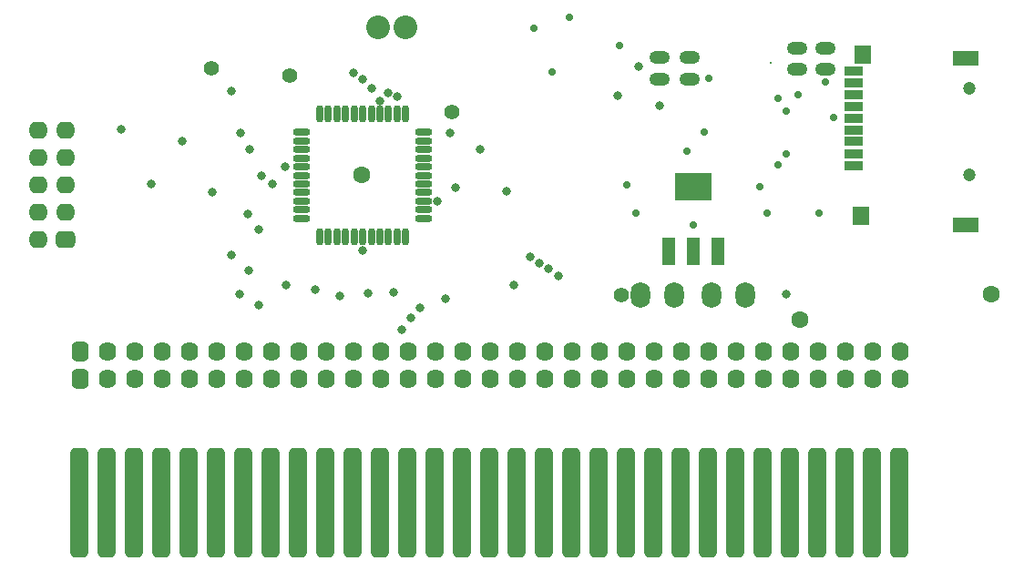
<source format=gbs>
G04 Layer_Color=16711935*
%FSAX24Y24*%
%MOIN*%
G70*
G01*
G75*
%ADD43O,0.0749X0.0474*%
G04:AMPARAMS|DCode=44|XSize=67.1mil|YSize=401.7mil|CornerRadius=18.8mil|HoleSize=0mil|Usage=FLASHONLY|Rotation=0.000|XOffset=0mil|YOffset=0mil|HoleType=Round|Shape=RoundedRectangle|*
%AMROUNDEDRECTD44*
21,1,0.0671,0.3642,0,0,0.0*
21,1,0.0295,0.4017,0,0,0.0*
1,1,0.0375,0.0148,-0.1821*
1,1,0.0375,-0.0148,-0.1821*
1,1,0.0375,-0.0148,0.1821*
1,1,0.0375,0.0148,0.1821*
%
%ADD44ROUNDEDRECTD44*%
%ADD51O,0.0631X0.0710*%
G04:AMPARAMS|DCode=52|XSize=63.1mil|YSize=71mil|CornerRadius=17.8mil|HoleSize=0mil|Usage=FLASHONLY|Rotation=0.000|XOffset=0mil|YOffset=0mil|HoleType=Round|Shape=RoundedRectangle|*
%AMROUNDEDRECTD52*
21,1,0.0631,0.0354,0,0,0.0*
21,1,0.0276,0.0710,0,0,0.0*
1,1,0.0356,0.0138,-0.0177*
1,1,0.0356,-0.0138,-0.0177*
1,1,0.0356,-0.0138,0.0177*
1,1,0.0356,0.0138,0.0177*
%
%ADD52ROUNDEDRECTD52*%
%ADD53O,0.0710X0.0631*%
G04:AMPARAMS|DCode=54|XSize=63.1mil|YSize=71mil|CornerRadius=17.8mil|HoleSize=0mil|Usage=FLASHONLY|Rotation=90.000|XOffset=0mil|YOffset=0mil|HoleType=Round|Shape=RoundedRectangle|*
%AMROUNDEDRECTD54*
21,1,0.0631,0.0354,0,0,90.0*
21,1,0.0276,0.0710,0,0,90.0*
1,1,0.0356,0.0177,0.0138*
1,1,0.0356,0.0177,-0.0138*
1,1,0.0356,-0.0177,-0.0138*
1,1,0.0356,-0.0177,0.0138*
%
%ADD54ROUNDEDRECTD54*%
%ADD55C,0.0080*%
%ADD56C,0.0867*%
%ADD57C,0.0277*%
%ADD58C,0.0552*%
%ADD59C,0.0316*%
%ADD60C,0.0474*%
%ADD61C,0.0631*%
%ADD62O,0.0297X0.0631*%
%ADD63O,0.0631X0.0297*%
%ADD64R,0.0946X0.0552*%
%ADD65R,0.0710X0.0356*%
%ADD66R,0.0631X0.0710*%
%ADD67R,0.1379X0.1005*%
%ADD68R,0.0474X0.1005*%
%ADD69O,0.0710X0.0946*%
G54D43*
X041939Y031250D02*
D03*
Y032037D02*
D03*
X043012D02*
D03*
Y031250D02*
D03*
X046959Y031594D02*
D03*
X047992D02*
D03*
Y032382D02*
D03*
X046959D02*
D03*
G54D44*
X020699Y015748D02*
D03*
X021699D02*
D03*
X022699D02*
D03*
X023699D02*
D03*
X024699D02*
D03*
X025699D02*
D03*
X026699D02*
D03*
X027699D02*
D03*
X028699D02*
D03*
X029699D02*
D03*
X030699D02*
D03*
X031699D02*
D03*
X032699D02*
D03*
X033699D02*
D03*
X034699D02*
D03*
X035699D02*
D03*
X036699D02*
D03*
X037699D02*
D03*
X038699D02*
D03*
X039699D02*
D03*
X040699D02*
D03*
X041699D02*
D03*
X042699D02*
D03*
X043699D02*
D03*
X044699D02*
D03*
X045699D02*
D03*
X046699D02*
D03*
X047699D02*
D03*
X048699D02*
D03*
X049699D02*
D03*
X050699D02*
D03*
G54D51*
X021717Y020276D02*
D03*
Y021276D02*
D03*
X022717D02*
D03*
Y020276D02*
D03*
X023717D02*
D03*
X023717Y021276D02*
D03*
X024717D02*
D03*
X024717Y020276D02*
D03*
X025717D02*
D03*
X025717Y021276D02*
D03*
X026717Y021276D02*
D03*
Y020276D02*
D03*
X027717D02*
D03*
Y021276D02*
D03*
X028717Y021276D02*
D03*
X028717Y020276D02*
D03*
X029717D02*
D03*
Y021276D02*
D03*
X030717Y021276D02*
D03*
Y020276D02*
D03*
X031717D02*
D03*
Y021276D02*
D03*
X032717Y021276D02*
D03*
Y020276D02*
D03*
X033717D02*
D03*
X033717Y021276D02*
D03*
X034717D02*
D03*
Y020276D02*
D03*
X035717D02*
D03*
Y021276D02*
D03*
X036717Y021276D02*
D03*
Y020276D02*
D03*
X037717D02*
D03*
X037717Y021276D02*
D03*
X038717Y021276D02*
D03*
Y020276D02*
D03*
X039717D02*
D03*
Y021276D02*
D03*
X040717D02*
D03*
Y020276D02*
D03*
X041717D02*
D03*
Y021276D02*
D03*
X042717D02*
D03*
X042717Y020276D02*
D03*
X043717D02*
D03*
Y021276D02*
D03*
X044717Y021276D02*
D03*
Y020276D02*
D03*
X045717D02*
D03*
Y021276D02*
D03*
X046717D02*
D03*
X046717Y020276D02*
D03*
X047717D02*
D03*
X048717D02*
D03*
Y021276D02*
D03*
X047717Y021276D02*
D03*
X049717Y021276D02*
D03*
Y020276D02*
D03*
X050717D02*
D03*
Y021276D02*
D03*
G54D52*
X020717Y020276D02*
D03*
Y021276D02*
D03*
G54D53*
X019185Y025362D02*
D03*
Y026362D02*
D03*
Y027362D02*
D03*
X020185D02*
D03*
Y026362D02*
D03*
Y028362D02*
D03*
X019185D02*
D03*
Y029362D02*
D03*
X020185D02*
D03*
G54D54*
X020185Y025362D02*
D03*
G54D55*
X045979Y031831D02*
D03*
G54D56*
X032626Y033150D02*
D03*
X031626D02*
D03*
G54D57*
X037982Y031496D02*
D03*
X037313Y033110D02*
D03*
X038632Y033504D02*
D03*
X040463Y032470D02*
D03*
X043543Y029291D02*
D03*
X042933Y028593D02*
D03*
X045591Y027313D02*
D03*
X045846Y026339D02*
D03*
X046565Y028514D02*
D03*
X047756Y026339D02*
D03*
X046270Y028091D02*
D03*
X048307Y029823D02*
D03*
X048002Y031132D02*
D03*
X046998Y030669D02*
D03*
X046565Y030059D02*
D03*
X046270Y030531D02*
D03*
X043740Y031270D02*
D03*
X040718Y027362D02*
D03*
X041073Y026339D02*
D03*
X043159Y025906D02*
D03*
G54D58*
X028396Y031378D02*
D03*
X025531Y031644D02*
D03*
X034321Y030049D02*
D03*
X040532Y023337D02*
D03*
G54D59*
X026555Y023386D02*
D03*
X027254Y022982D02*
D03*
X028268Y023691D02*
D03*
X029311Y023543D02*
D03*
X030217Y023307D02*
D03*
X031260Y023415D02*
D03*
X032825Y022490D02*
D03*
X032500Y022077D02*
D03*
X034104Y023189D02*
D03*
X033169Y022884D02*
D03*
X032205Y023435D02*
D03*
X031063Y024961D02*
D03*
X033780Y026772D02*
D03*
X034449Y027264D02*
D03*
X036329Y027126D02*
D03*
X037195Y024744D02*
D03*
X037539Y024498D02*
D03*
X037844Y024291D02*
D03*
X038238Y024045D02*
D03*
X036585Y023691D02*
D03*
X035354Y028671D02*
D03*
X034252Y029281D02*
D03*
X032333Y030600D02*
D03*
X031063Y031220D02*
D03*
X031388Y030915D02*
D03*
X031693Y030433D02*
D03*
X032008Y030738D02*
D03*
X030738Y031467D02*
D03*
X028228Y028031D02*
D03*
X027746Y027402D02*
D03*
X026929Y028661D02*
D03*
X026604Y029281D02*
D03*
X027372Y027697D02*
D03*
X026870Y026319D02*
D03*
X027274Y025748D02*
D03*
X026880Y024232D02*
D03*
X026270Y024813D02*
D03*
X025571Y027106D02*
D03*
X024459Y028976D02*
D03*
X023327Y027392D02*
D03*
X022234Y029390D02*
D03*
X026270Y030807D02*
D03*
X040384Y030640D02*
D03*
X041171Y031713D02*
D03*
X041929Y030285D02*
D03*
X046545Y023366D02*
D03*
G54D60*
X053268Y027746D02*
D03*
Y030896D02*
D03*
G54D61*
X031024Y027736D02*
D03*
X047047Y022421D02*
D03*
X054065Y023376D02*
D03*
G54D62*
X029488Y025472D02*
D03*
X029803D02*
D03*
X030118D02*
D03*
X030433Y025472D02*
D03*
X030748D02*
D03*
X031063D02*
D03*
X031378Y025472D02*
D03*
X031693D02*
D03*
X032008Y025472D02*
D03*
X032323D02*
D03*
X032638D02*
D03*
Y029961D02*
D03*
X032323D02*
D03*
X032008D02*
D03*
X031693D02*
D03*
X031378D02*
D03*
X031063D02*
D03*
X030748D02*
D03*
X030433D02*
D03*
X030118Y029961D02*
D03*
X029803D02*
D03*
X029488Y029961D02*
D03*
G54D63*
X028819Y026142D02*
D03*
Y026457D02*
D03*
Y026772D02*
D03*
X028819Y027087D02*
D03*
Y027402D02*
D03*
Y027717D02*
D03*
X028819Y028031D02*
D03*
Y028346D02*
D03*
X028819Y028661D02*
D03*
Y028976D02*
D03*
Y029291D02*
D03*
X033307Y026142D02*
D03*
X033307Y026457D02*
D03*
Y026772D02*
D03*
X033307Y027087D02*
D03*
Y027402D02*
D03*
Y027717D02*
D03*
Y028031D02*
D03*
Y028346D02*
D03*
Y028661D02*
D03*
Y028976D02*
D03*
Y029291D02*
D03*
G54D64*
X053110Y025896D02*
D03*
Y031998D02*
D03*
G54D65*
X049016Y028081D02*
D03*
Y028514D02*
D03*
Y028967D02*
D03*
Y029380D02*
D03*
Y029813D02*
D03*
X049016Y030246D02*
D03*
X049016Y030679D02*
D03*
Y031112D02*
D03*
Y031535D02*
D03*
G54D66*
X049291Y026230D02*
D03*
X049370Y032136D02*
D03*
G54D67*
X043150Y027303D02*
D03*
G54D68*
X042244Y024921D02*
D03*
X043150D02*
D03*
X044055D02*
D03*
G54D69*
X041240Y023346D02*
D03*
X042461D02*
D03*
X043839D02*
D03*
X045059D02*
D03*
M02*

</source>
